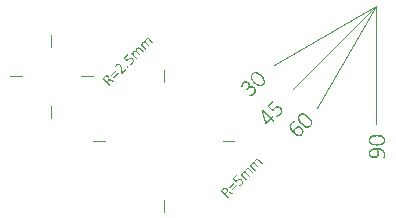
<source format=gbr>
%TF.GenerationSoftware,KiCad,Pcbnew,9.0.0*%
%TF.CreationDate,2025-03-10T22:23:41-04:00*%
%TF.ProjectId,cinnruler,63696e6e-7275-46c6-9572-2e6b69636164,rev?*%
%TF.SameCoordinates,Original*%
%TF.FileFunction,Legend,Top*%
%TF.FilePolarity,Positive*%
%FSLAX46Y46*%
G04 Gerber Fmt 4.6, Leading zero omitted, Abs format (unit mm)*
G04 Created by KiCad (PCBNEW 9.0.0) date 2025-03-10 22:23:41*
%MOMM*%
%LPD*%
G01*
G04 APERTURE LIST*
%ADD10C,0.100000*%
%ADD11C,0.050000*%
%ADD12C,0.300000*%
%ADD13C,0.250000*%
G04 APERTURE END LIST*
D10*
X140000000Y-79000000D02*
X139000000Y-79000000D01*
X133000000Y-73500000D02*
X132000000Y-73500000D01*
D11*
X157999999Y-76160250D02*
X163000000Y-67500000D01*
X155929999Y-74570000D02*
X162999999Y-67500000D01*
D10*
X145000000Y-84000000D02*
X145000000Y-85000000D01*
D11*
X162999999Y-67500000D02*
X154339799Y-72500000D01*
D10*
X135500000Y-76000000D02*
X135500000Y-77000000D01*
X145000000Y-74000000D02*
X145000000Y-73000000D01*
X138000000Y-73500000D02*
X139000000Y-73500000D01*
D11*
X162999999Y-67500002D02*
X162999999Y-77500000D01*
D10*
X150000000Y-79000000D02*
X151000000Y-79000000D01*
X135500000Y-71000000D02*
X135500000Y-70000000D01*
D12*
G36*
X153459725Y-76337095D02*
G01*
X154074277Y-76951646D01*
X154191048Y-76834876D01*
X154205609Y-76825400D01*
X154222200Y-76823801D01*
X154239306Y-76829700D01*
X154259310Y-76845368D01*
X154273452Y-76863442D01*
X154280229Y-76881053D01*
X154279509Y-76898296D01*
X154269802Y-76913630D01*
X154153031Y-77030400D01*
X154364164Y-77241533D01*
X154370770Y-77253191D01*
X154369345Y-77267698D01*
X154359112Y-77285573D01*
X154338906Y-77308759D01*
X154316367Y-77328318D01*
X154298492Y-77338551D01*
X154284244Y-77339587D01*
X154273105Y-77332592D01*
X154061972Y-77121459D01*
X153661143Y-77522288D01*
X153646830Y-77532715D01*
X153630380Y-77535824D01*
X153611857Y-77529865D01*
X153591392Y-77513156D01*
X153575265Y-77495605D01*
X153563932Y-77479090D01*
X153556225Y-77461021D01*
X153550461Y-77439713D01*
X153317108Y-76489289D01*
X153431091Y-76489289D01*
X153650587Y-77375337D01*
X153983218Y-77042706D01*
X153431091Y-76489289D01*
X153317108Y-76489289D01*
X153314199Y-76477440D01*
X153314199Y-76458269D01*
X153321712Y-76437156D01*
X153338356Y-76413128D01*
X153364327Y-76384956D01*
X153395738Y-76356524D01*
X153422032Y-76338390D01*
X153443728Y-76331590D01*
X153459725Y-76337095D01*
G37*
G36*
X154928458Y-76107050D02*
G01*
X154994470Y-76185996D01*
X155037393Y-76265594D01*
X155061486Y-76349935D01*
X155066083Y-76434436D01*
X155052018Y-76518568D01*
X155018870Y-76603795D01*
X154969244Y-76684265D01*
X154900998Y-76763246D01*
X154811234Y-76839409D01*
X154725810Y-76893617D01*
X154658066Y-76925741D01*
X154619596Y-76936751D01*
X154603858Y-76935650D01*
X154591812Y-76930598D01*
X154577499Y-76920689D01*
X154559947Y-76904563D01*
X154544533Y-76886947D01*
X154535272Y-76869913D01*
X154533653Y-76854694D01*
X154539806Y-76842583D01*
X154572577Y-76828205D01*
X154634945Y-76805732D01*
X154720693Y-76759619D01*
X154768513Y-76725042D01*
X154823151Y-76675296D01*
X154869929Y-76622056D01*
X154905596Y-76567722D01*
X154930493Y-76509998D01*
X154941929Y-76451858D01*
X154939899Y-76392814D01*
X154923342Y-76332237D01*
X154892115Y-76274250D01*
X154840055Y-76212423D01*
X154787663Y-76168328D01*
X154736561Y-76140404D01*
X154682285Y-76125850D01*
X154626007Y-76125832D01*
X154569343Y-76139857D01*
X154507229Y-76170131D01*
X154446744Y-76212695D01*
X154379319Y-76273560D01*
X154307689Y-76354646D01*
X154255359Y-76416302D01*
X154234862Y-76431469D01*
X154216695Y-76435666D01*
X154197954Y-76429906D01*
X154171036Y-76408530D01*
X153804662Y-76042156D01*
X153788580Y-76019786D01*
X153783678Y-75997469D01*
X153788441Y-75975278D01*
X153803431Y-75954141D01*
X154202641Y-75554932D01*
X154217213Y-75545929D01*
X154234764Y-75544699D01*
X154253546Y-75551823D01*
X154272587Y-75567107D01*
X154286991Y-75585375D01*
X154294736Y-75604023D01*
X154294924Y-75622309D01*
X154285540Y-75637830D01*
X153929010Y-75994360D01*
X154219803Y-76285153D01*
X154266110Y-76230816D01*
X154331004Y-76164367D01*
X154416287Y-76089813D01*
X154495636Y-76040019D01*
X154577771Y-76007203D01*
X154653727Y-75993842D01*
X154728643Y-75997742D01*
X154800095Y-76018841D01*
X154866457Y-76055298D01*
X154928458Y-76107050D01*
G37*
D13*
G36*
X150260142Y-82908415D02*
G01*
X150295770Y-82922397D01*
X150328913Y-82942818D01*
X150360621Y-82970150D01*
X150388477Y-83002605D01*
X150407640Y-83034785D01*
X150420264Y-83068769D01*
X150426206Y-83103090D01*
X150426077Y-83137979D01*
X150420161Y-83173986D01*
X150396069Y-83241514D01*
X150438554Y-83232188D01*
X150488207Y-83234088D01*
X150543473Y-83248077D01*
X150606597Y-83272342D01*
X150810433Y-83359342D01*
X150841822Y-83374670D01*
X150853005Y-83382399D01*
X150858100Y-83390257D01*
X150857582Y-83399928D01*
X150850544Y-83412579D01*
X150836037Y-83429072D01*
X150821270Y-83442371D01*
X150808361Y-83449150D01*
X150795537Y-83449711D01*
X150781289Y-83444530D01*
X150571840Y-83352003D01*
X150502283Y-83325708D01*
X150468235Y-83317378D01*
X150435618Y-83314569D01*
X150403319Y-83317738D01*
X150370552Y-83327824D01*
X150339237Y-83345146D01*
X150305960Y-83373332D01*
X150242620Y-83436672D01*
X150521626Y-83715678D01*
X150525987Y-83723406D01*
X150524994Y-83733035D01*
X150518172Y-83744951D01*
X150504658Y-83760452D01*
X150489416Y-83773707D01*
X150477284Y-83780745D01*
X150467569Y-83781738D01*
X150459884Y-83777334D01*
X149875577Y-83193027D01*
X149862280Y-83174336D01*
X149860292Y-83158486D01*
X149861407Y-83154816D01*
X149960764Y-83154816D01*
X150187354Y-83381406D01*
X150275822Y-83292937D01*
X150308021Y-83255988D01*
X150328800Y-83222257D01*
X150342157Y-83187454D01*
X150347452Y-83155420D01*
X150345569Y-83124035D01*
X150336572Y-83094887D01*
X150321301Y-83067909D01*
X150300044Y-83042643D01*
X150257937Y-83009793D01*
X150215332Y-82993163D01*
X150185805Y-82990947D01*
X150153423Y-82997090D01*
X150116933Y-83013067D01*
X150081140Y-83037808D01*
X150036668Y-83078911D01*
X149960764Y-83154816D01*
X149861407Y-83154816D01*
X149864886Y-83143369D01*
X149872252Y-83132796D01*
X149989606Y-83015442D01*
X150029328Y-82978138D01*
X150060372Y-82953398D01*
X150103294Y-82927500D01*
X150143573Y-82911128D01*
X150184407Y-82902375D01*
X150222802Y-82901672D01*
X150260142Y-82908415D01*
G37*
G36*
X150981973Y-82534802D02*
G01*
X150994873Y-82551205D01*
X150998510Y-82563255D01*
X150997147Y-82574315D01*
X150992940Y-82581346D01*
X150629178Y-82945108D01*
X150622172Y-82949261D01*
X150611260Y-82950418D01*
X150599434Y-82946625D01*
X150583109Y-82933666D01*
X150570976Y-82918728D01*
X150566098Y-82906810D01*
X150566211Y-82895522D01*
X150571149Y-82887079D01*
X150934911Y-82523317D01*
X150943388Y-82518332D01*
X150954858Y-82518049D01*
X150966992Y-82522761D01*
X150981973Y-82534802D01*
G37*
G36*
X151167114Y-82719943D02*
G01*
X151180013Y-82736346D01*
X151183650Y-82748396D01*
X151182287Y-82759456D01*
X151178081Y-82766487D01*
X150814319Y-83130248D01*
X150807312Y-83134401D01*
X150796401Y-83135559D01*
X150784575Y-83131766D01*
X150768250Y-83118807D01*
X150756117Y-83103868D01*
X150751238Y-83091951D01*
X150751351Y-83080662D01*
X150756290Y-83072219D01*
X151120051Y-82708458D01*
X151128529Y-82703472D01*
X151139999Y-82703190D01*
X151152132Y-82707902D01*
X151167114Y-82719943D01*
G37*
G36*
X151636399Y-82220607D02*
G01*
X151680406Y-82273237D01*
X151709021Y-82326303D01*
X151725084Y-82382530D01*
X151728148Y-82438864D01*
X151718772Y-82494952D01*
X151696673Y-82551770D01*
X151663589Y-82605417D01*
X151618092Y-82658071D01*
X151558249Y-82708846D01*
X151501299Y-82744985D01*
X151456137Y-82766400D01*
X151430490Y-82773740D01*
X151419998Y-82773006D01*
X151411967Y-82769639D01*
X151402425Y-82763033D01*
X151390725Y-82752282D01*
X151380449Y-82740538D01*
X151374274Y-82729182D01*
X151373195Y-82719036D01*
X151377297Y-82710962D01*
X151399144Y-82701377D01*
X151440723Y-82686394D01*
X151497889Y-82655653D01*
X151529768Y-82632601D01*
X151566194Y-82599437D01*
X151597379Y-82563944D01*
X151621157Y-82527721D01*
X151637755Y-82489239D01*
X151645379Y-82450478D01*
X151644026Y-82411116D01*
X151632988Y-82370731D01*
X151612170Y-82332074D01*
X151577463Y-82290855D01*
X151542535Y-82261459D01*
X151508467Y-82242843D01*
X151472283Y-82233140D01*
X151434765Y-82233128D01*
X151396988Y-82242478D01*
X151355579Y-82262661D01*
X151315256Y-82291037D01*
X151270305Y-82331614D01*
X151222552Y-82385671D01*
X151187666Y-82426774D01*
X151174001Y-82436886D01*
X151161889Y-82439684D01*
X151149396Y-82435844D01*
X151131450Y-82421593D01*
X150887201Y-82177344D01*
X150876480Y-82162431D01*
X150873212Y-82147552D01*
X150876387Y-82132759D01*
X150886381Y-82118667D01*
X151152520Y-81852528D01*
X151162235Y-81846526D01*
X151173936Y-81845706D01*
X151186457Y-81850455D01*
X151199151Y-81860645D01*
X151208754Y-81872824D01*
X151213917Y-81885256D01*
X151214043Y-81897446D01*
X151207786Y-81907794D01*
X150970100Y-82145480D01*
X151163962Y-82339342D01*
X151194833Y-82303117D01*
X151238096Y-82258818D01*
X151294951Y-82209115D01*
X151347850Y-82175919D01*
X151402607Y-82154042D01*
X151453244Y-82145135D01*
X151503189Y-82147734D01*
X151550823Y-82161801D01*
X151595064Y-82186105D01*
X151636399Y-82220607D01*
G37*
G36*
X152595650Y-81641568D02*
G01*
X152600054Y-81649339D01*
X152599320Y-81658709D01*
X152592757Y-81670366D01*
X152579717Y-81685392D01*
X152564217Y-81698906D01*
X152552300Y-81705728D01*
X152542845Y-81706462D01*
X152535418Y-81701799D01*
X152265868Y-81432248D01*
X152234359Y-81403633D01*
X152204341Y-81381775D01*
X152173206Y-81365126D01*
X152144067Y-81355869D01*
X152114811Y-81353198D01*
X152086902Y-81357683D01*
X152060758Y-81369411D01*
X152035090Y-81389979D01*
X152011402Y-81424658D01*
X151997742Y-81474389D01*
X151994320Y-81532079D01*
X151998994Y-81611042D01*
X152312585Y-81924632D01*
X152316946Y-81932361D01*
X152316255Y-81941774D01*
X152309692Y-81953431D01*
X152296653Y-81968457D01*
X152281627Y-81981496D01*
X152269711Y-81988318D01*
X152260255Y-81989052D01*
X152252829Y-81984389D01*
X151983278Y-81714838D01*
X151951757Y-81686319D01*
X151921536Y-81664581D01*
X151890194Y-81648125D01*
X151861002Y-81638934D01*
X151831746Y-81636263D01*
X151803837Y-81640747D01*
X151777693Y-81652476D01*
X151752025Y-81673043D01*
X151728337Y-81707722D01*
X151714677Y-81757453D01*
X151711393Y-81815040D01*
X151716448Y-81893589D01*
X152030038Y-82207179D01*
X152034399Y-82214908D01*
X152033708Y-82224320D01*
X152027145Y-82235978D01*
X152013588Y-82251521D01*
X151998563Y-82264561D01*
X151986646Y-82271382D01*
X151977190Y-82272116D01*
X151969807Y-82267497D01*
X151533380Y-81831069D01*
X151528803Y-81823729D01*
X151529278Y-81814101D01*
X151535625Y-81802573D01*
X151548405Y-81788238D01*
X151562999Y-81775199D01*
X151574268Y-81769111D01*
X151583421Y-81769111D01*
X151590761Y-81773688D01*
X151648877Y-81831803D01*
X151649830Y-81759746D01*
X151659887Y-81703785D01*
X151680017Y-81654743D01*
X151708546Y-81617043D01*
X151737167Y-81591900D01*
X151764589Y-81574212D01*
X151793305Y-81561578D01*
X151821453Y-81554481D01*
X151849996Y-81552214D01*
X151878359Y-81554740D01*
X151931035Y-81570888D01*
X151931639Y-81488853D01*
X151942347Y-81422793D01*
X151962597Y-81372319D01*
X151991611Y-81333979D01*
X152034841Y-81298553D01*
X152076194Y-81278670D01*
X152119423Y-81270044D01*
X152161554Y-81272236D01*
X152202760Y-81284057D01*
X152244280Y-81305310D01*
X152283492Y-81333267D01*
X152321652Y-81367570D01*
X152595650Y-81641568D01*
G37*
G36*
X153378352Y-80858865D02*
G01*
X153382756Y-80866637D01*
X153382022Y-80876006D01*
X153375459Y-80887664D01*
X153362420Y-80902689D01*
X153346920Y-80916203D01*
X153335003Y-80923025D01*
X153325547Y-80923759D01*
X153318121Y-80919096D01*
X153048570Y-80649546D01*
X153017062Y-80620930D01*
X152987044Y-80599072D01*
X152955909Y-80582424D01*
X152926770Y-80573167D01*
X152897514Y-80570495D01*
X152869604Y-80574980D01*
X152843460Y-80586709D01*
X152817792Y-80607276D01*
X152794105Y-80641955D01*
X152780445Y-80691686D01*
X152777023Y-80749377D01*
X152781697Y-80828339D01*
X153095287Y-81141930D01*
X153099648Y-81149658D01*
X153098957Y-81159071D01*
X153092395Y-81170729D01*
X153079355Y-81185754D01*
X153064330Y-81198793D01*
X153052413Y-81205615D01*
X153042958Y-81206349D01*
X153035531Y-81201686D01*
X152765981Y-80932136D01*
X152734460Y-80903616D01*
X152704238Y-80881878D01*
X152672896Y-80865423D01*
X152643705Y-80856231D01*
X152614449Y-80853560D01*
X152586539Y-80858045D01*
X152560396Y-80869773D01*
X152534728Y-80890341D01*
X152511040Y-80925020D01*
X152497380Y-80974751D01*
X152494095Y-81032337D01*
X152499150Y-81110886D01*
X152812741Y-81424477D01*
X152817102Y-81432205D01*
X152816411Y-81441618D01*
X152809848Y-81453275D01*
X152796291Y-81468819D01*
X152781265Y-81481858D01*
X152769348Y-81488680D01*
X152759893Y-81489414D01*
X152752510Y-81484794D01*
X152316082Y-81048367D01*
X152311505Y-81041027D01*
X152311980Y-81031398D01*
X152318327Y-81019870D01*
X152331108Y-81005536D01*
X152345701Y-80992496D01*
X152356970Y-80986408D01*
X152366124Y-80986408D01*
X152373464Y-80990985D01*
X152431579Y-81049101D01*
X152432532Y-80977043D01*
X152442589Y-80921082D01*
X152462720Y-80872040D01*
X152491249Y-80834341D01*
X152519870Y-80809197D01*
X152547292Y-80791510D01*
X152576007Y-80778875D01*
X152604155Y-80771778D01*
X152632699Y-80769512D01*
X152661062Y-80772037D01*
X152713737Y-80788185D01*
X152714342Y-80706150D01*
X152725049Y-80640090D01*
X152745299Y-80589617D01*
X152774314Y-80551276D01*
X152817543Y-80515851D01*
X152858896Y-80495967D01*
X152902126Y-80487342D01*
X152944256Y-80489534D01*
X152985463Y-80501354D01*
X153026982Y-80522607D01*
X153066195Y-80550565D01*
X153104354Y-80584867D01*
X153378352Y-80858865D01*
G37*
D12*
G36*
X163209650Y-79562748D02*
G01*
X163297023Y-79577740D01*
X163379643Y-79599751D01*
X163458384Y-79629773D01*
X163530860Y-79667711D01*
X163596294Y-79714979D01*
X163652401Y-79772308D01*
X163697853Y-79839311D01*
X163733276Y-79919221D01*
X163754886Y-80007453D01*
X163762585Y-80112752D01*
X163756906Y-80198756D01*
X163743717Y-80271388D01*
X163727414Y-80324603D01*
X163710012Y-80355652D01*
X163687663Y-80370123D01*
X163652035Y-80374978D01*
X163626939Y-80373970D01*
X163611002Y-80369391D01*
X163602301Y-80360598D01*
X163599919Y-80347409D01*
X163608254Y-80316451D01*
X163625748Y-80265618D01*
X163643059Y-80193261D01*
X163651210Y-80098464D01*
X163646206Y-80028232D01*
X163631975Y-79967566D01*
X163609262Y-79914916D01*
X163560004Y-79844876D01*
X163496788Y-79788795D01*
X163421709Y-79746073D01*
X163332840Y-79714515D01*
X163238229Y-79695065D01*
X163140407Y-79686579D01*
X163168515Y-79744654D01*
X163197010Y-79822042D01*
X163216355Y-79906890D01*
X163223297Y-80009346D01*
X163214738Y-80118196D01*
X163191789Y-80200039D01*
X163153896Y-80270057D01*
X163106793Y-80322496D01*
X163049266Y-80361682D01*
X162982504Y-80387709D01*
X162910191Y-80401904D01*
X162832111Y-80406760D01*
X162750517Y-80400811D01*
X162671461Y-80383038D01*
X162597530Y-80352146D01*
X162532334Y-80307200D01*
X162477977Y-80248317D01*
X162434057Y-80171920D01*
X162406740Y-80083387D01*
X162398320Y-79987822D01*
X162508154Y-79987822D01*
X162515586Y-80060141D01*
X162536181Y-80117149D01*
X162568820Y-80165866D01*
X162609637Y-80204344D01*
X162657507Y-80233604D01*
X162711211Y-80253986D01*
X162767584Y-80265853D01*
X162822769Y-80269740D01*
X162885865Y-80266071D01*
X162942021Y-80255543D01*
X162993351Y-80236484D01*
X163035352Y-80209015D01*
X163069299Y-80172187D01*
X163095894Y-80123927D01*
X163111870Y-80067661D01*
X163117784Y-79993959D01*
X163111342Y-79908532D01*
X163092138Y-79826347D01*
X163061829Y-79749652D01*
X163025460Y-79688411D01*
X162889162Y-79693833D01*
X162784850Y-79708286D01*
X162691674Y-79734010D01*
X162624474Y-79766263D01*
X162570821Y-79809572D01*
X162535723Y-79859961D01*
X162515305Y-79918580D01*
X162508154Y-79987822D01*
X162398320Y-79987822D01*
X162396779Y-79970328D01*
X162402321Y-79894587D01*
X162417937Y-79830560D01*
X162443867Y-79772408D01*
X162478387Y-79722575D01*
X162521447Y-79679769D01*
X162573825Y-79643073D01*
X162632698Y-79613672D01*
X162700953Y-79589951D01*
X162773794Y-79572796D01*
X162855559Y-79560642D01*
X163032604Y-79551391D01*
X163209650Y-79562748D01*
G37*
G36*
X163224176Y-78453714D02*
G01*
X163352807Y-78471257D01*
X163472020Y-78503656D01*
X163569328Y-78550026D01*
X163626050Y-78590934D01*
X163673193Y-78638901D01*
X163711569Y-78694465D01*
X163739028Y-78755935D01*
X163756410Y-78828569D01*
X163762585Y-78914650D01*
X163757285Y-78994108D01*
X163742333Y-79061775D01*
X163718713Y-79119539D01*
X163685010Y-79171715D01*
X163641841Y-79216970D01*
X163588196Y-79255826D01*
X163494841Y-79299457D01*
X163374788Y-79331023D01*
X163243008Y-79347939D01*
X163081697Y-79354104D01*
X162936027Y-79347966D01*
X162807107Y-79330473D01*
X162687386Y-79298107D01*
X162590128Y-79252163D01*
X162533365Y-79211520D01*
X162486225Y-79163740D01*
X162447887Y-79108273D01*
X162420373Y-79046739D01*
X162402963Y-78974072D01*
X162397444Y-78897247D01*
X162508154Y-78897247D01*
X162513906Y-78962663D01*
X162529977Y-79016124D01*
X162555415Y-79060005D01*
X162609665Y-79114989D01*
X162680986Y-79157458D01*
X162763159Y-79186317D01*
X162860688Y-79204810D01*
X162962911Y-79213967D01*
X163070431Y-79217083D01*
X163216890Y-79212399D01*
X163332015Y-79199773D01*
X163436018Y-79176133D01*
X163512633Y-79144818D01*
X163575250Y-79100898D01*
X163617322Y-79048464D01*
X163642267Y-78985254D01*
X163651210Y-78905399D01*
X163645604Y-78841187D01*
X163629961Y-78788804D01*
X163604206Y-78742532D01*
X163570061Y-78703624D01*
X163528381Y-78671483D01*
X163478469Y-78644731D01*
X163423866Y-78624115D01*
X163363156Y-78608094D01*
X163231265Y-78589685D01*
X163088933Y-78584556D01*
X162905109Y-78592249D01*
X162825062Y-78602449D01*
X162758381Y-78616246D01*
X162696760Y-78635280D01*
X162646731Y-78657462D01*
X162602830Y-78685385D01*
X162568512Y-78717271D01*
X162541648Y-78754563D01*
X162522900Y-78796772D01*
X162512003Y-78843097D01*
X162508154Y-78897247D01*
X162397444Y-78897247D01*
X162396779Y-78887997D01*
X162402080Y-78808538D01*
X162417034Y-78740904D01*
X162440651Y-78683199D01*
X162474338Y-78630994D01*
X162517507Y-78585582D01*
X162571168Y-78546454D01*
X162664508Y-78502363D01*
X162784576Y-78470708D01*
X162916358Y-78453725D01*
X163077667Y-78447535D01*
X163224176Y-78453714D01*
G37*
D13*
G36*
X140260142Y-73408415D02*
G01*
X140295770Y-73422397D01*
X140328913Y-73442818D01*
X140360621Y-73470150D01*
X140388477Y-73502605D01*
X140407640Y-73534785D01*
X140420264Y-73568769D01*
X140426206Y-73603090D01*
X140426077Y-73637979D01*
X140420161Y-73673986D01*
X140396069Y-73741514D01*
X140438554Y-73732188D01*
X140488207Y-73734088D01*
X140543473Y-73748077D01*
X140606597Y-73772342D01*
X140810433Y-73859342D01*
X140841822Y-73874670D01*
X140853005Y-73882399D01*
X140858100Y-73890257D01*
X140857582Y-73899928D01*
X140850544Y-73912579D01*
X140836037Y-73929072D01*
X140821270Y-73942371D01*
X140808361Y-73949150D01*
X140795537Y-73949711D01*
X140781289Y-73944530D01*
X140571840Y-73852003D01*
X140502283Y-73825708D01*
X140468235Y-73817378D01*
X140435618Y-73814569D01*
X140403319Y-73817738D01*
X140370552Y-73827824D01*
X140339237Y-73845146D01*
X140305960Y-73873332D01*
X140242620Y-73936672D01*
X140521626Y-74215678D01*
X140525987Y-74223406D01*
X140524994Y-74233035D01*
X140518172Y-74244951D01*
X140504658Y-74260452D01*
X140489416Y-74273707D01*
X140477284Y-74280745D01*
X140467569Y-74281738D01*
X140459884Y-74277334D01*
X139875577Y-73693027D01*
X139862280Y-73674336D01*
X139860292Y-73658486D01*
X139861407Y-73654816D01*
X139960764Y-73654816D01*
X140187354Y-73881406D01*
X140275822Y-73792937D01*
X140308021Y-73755988D01*
X140328800Y-73722257D01*
X140342157Y-73687454D01*
X140347452Y-73655420D01*
X140345569Y-73624035D01*
X140336572Y-73594887D01*
X140321301Y-73567909D01*
X140300044Y-73542643D01*
X140257937Y-73509793D01*
X140215332Y-73493163D01*
X140185805Y-73490947D01*
X140153423Y-73497090D01*
X140116933Y-73513067D01*
X140081140Y-73537808D01*
X140036668Y-73578911D01*
X139960764Y-73654816D01*
X139861407Y-73654816D01*
X139864886Y-73643369D01*
X139872252Y-73632796D01*
X139989606Y-73515442D01*
X140029328Y-73478138D01*
X140060372Y-73453398D01*
X140103294Y-73427500D01*
X140143573Y-73411128D01*
X140184407Y-73402375D01*
X140222802Y-73401672D01*
X140260142Y-73408415D01*
G37*
G36*
X140981973Y-73034802D02*
G01*
X140994873Y-73051205D01*
X140998510Y-73063255D01*
X140997147Y-73074315D01*
X140992940Y-73081346D01*
X140629178Y-73445108D01*
X140622172Y-73449261D01*
X140611260Y-73450418D01*
X140599434Y-73446625D01*
X140583109Y-73433666D01*
X140570976Y-73418728D01*
X140566098Y-73406810D01*
X140566211Y-73395522D01*
X140571149Y-73387079D01*
X140934911Y-73023317D01*
X140943388Y-73018332D01*
X140954858Y-73018049D01*
X140966992Y-73022761D01*
X140981973Y-73034802D01*
G37*
G36*
X141167114Y-73219943D02*
G01*
X141180013Y-73236346D01*
X141183650Y-73248396D01*
X141182287Y-73259456D01*
X141178081Y-73266487D01*
X140814319Y-73630248D01*
X140807312Y-73634401D01*
X140796401Y-73635559D01*
X140784575Y-73631766D01*
X140768250Y-73618807D01*
X140756117Y-73603868D01*
X140751238Y-73591951D01*
X140751351Y-73580662D01*
X140756290Y-73572219D01*
X141120051Y-73208458D01*
X141128529Y-73203472D01*
X141139999Y-73203190D01*
X141152132Y-73207902D01*
X141167114Y-73219943D01*
G37*
G36*
X141811263Y-72891586D02*
G01*
X141821194Y-72904021D01*
X141826720Y-72916714D01*
X141826677Y-72928761D01*
X141820373Y-72939209D01*
X141482734Y-73276849D01*
X141472414Y-73284060D01*
X141460239Y-73286391D01*
X141446681Y-73282073D01*
X141432217Y-73270632D01*
X141421423Y-73258888D01*
X141414472Y-73247964D01*
X141410456Y-73236004D01*
X141408556Y-73221065D01*
X141401994Y-72958552D01*
X141396943Y-72864318D01*
X141388091Y-72792755D01*
X141374712Y-72727802D01*
X141359810Y-72678294D01*
X141341038Y-72634163D01*
X141321470Y-72601008D01*
X141276955Y-72547340D01*
X141252891Y-72527022D01*
X141226395Y-72511633D01*
X141197900Y-72501471D01*
X141168884Y-72497471D01*
X141139464Y-72499670D01*
X141108869Y-72508524D01*
X141079772Y-72524035D01*
X141050753Y-72548247D01*
X141023721Y-72579717D01*
X141005029Y-72610982D01*
X140981973Y-72671947D01*
X140970920Y-72721341D01*
X140966095Y-72740070D01*
X140961119Y-72748413D01*
X140953434Y-72752817D01*
X140943676Y-72752212D01*
X140932536Y-72746254D01*
X140920188Y-72735373D01*
X140910646Y-72724881D01*
X140904774Y-72715987D01*
X140901104Y-72706791D01*
X140900456Y-72691117D01*
X140906069Y-72658649D01*
X140922778Y-72607830D01*
X140953088Y-72547815D01*
X140973572Y-72518039D01*
X140998380Y-72490088D01*
X141044324Y-72451107D01*
X141088619Y-72426187D01*
X141134865Y-72411364D01*
X141178944Y-72406930D01*
X141222281Y-72411941D01*
X141263484Y-72426100D01*
X141301575Y-72448181D01*
X141336236Y-72477437D01*
X141391156Y-72542547D01*
X141413649Y-72580344D01*
X141434419Y-72629505D01*
X141450413Y-72684432D01*
X141463865Y-72755753D01*
X141472487Y-72834381D01*
X141477725Y-72938518D01*
X141482388Y-73166663D01*
X141765108Y-72883943D01*
X141774822Y-72877942D01*
X141786523Y-72877122D01*
X141799044Y-72881871D01*
X141811263Y-72891586D01*
G37*
G36*
X142019287Y-72648157D02*
G01*
X142042833Y-72677548D01*
X142048820Y-72696860D01*
X142043760Y-72715708D01*
X142024727Y-72740382D01*
X142000984Y-72758657D01*
X141982630Y-72763568D01*
X141963804Y-72757689D01*
X141934877Y-72734467D01*
X141911331Y-72705076D01*
X141905345Y-72685764D01*
X141910404Y-72666916D01*
X141929437Y-72642242D01*
X141953175Y-72623976D01*
X141971491Y-72619099D01*
X141990354Y-72624951D01*
X142019287Y-72648157D01*
G37*
G36*
X142379724Y-71977281D02*
G01*
X142423732Y-72029912D01*
X142452347Y-72082977D01*
X142468410Y-72139204D01*
X142471474Y-72195538D01*
X142462098Y-72251626D01*
X142439999Y-72308445D01*
X142406914Y-72362091D01*
X142361417Y-72414745D01*
X142301575Y-72465521D01*
X142244625Y-72501659D01*
X142199463Y-72523075D01*
X142173816Y-72530415D01*
X142163324Y-72529681D01*
X142155293Y-72526313D01*
X142145751Y-72519707D01*
X142134050Y-72508956D01*
X142123774Y-72497212D01*
X142117600Y-72485857D01*
X142116521Y-72475710D01*
X142120622Y-72467636D01*
X142142470Y-72458051D01*
X142184049Y-72443069D01*
X142241214Y-72412327D01*
X142273094Y-72389276D01*
X142309519Y-72356111D01*
X142340705Y-72320618D01*
X142364483Y-72284395D01*
X142381081Y-72245913D01*
X142388705Y-72207153D01*
X142387351Y-72167790D01*
X142376313Y-72127406D01*
X142355495Y-72088748D01*
X142320788Y-72047529D01*
X142285861Y-72018133D01*
X142251792Y-71999517D01*
X142215609Y-71989814D01*
X142178090Y-71989803D01*
X142140314Y-71999152D01*
X142098905Y-72019335D01*
X142058582Y-72047711D01*
X142013631Y-72088288D01*
X141965878Y-72142345D01*
X141930991Y-72183449D01*
X141917326Y-72193560D01*
X141905215Y-72196359D01*
X141892721Y-72192518D01*
X141874776Y-72178268D01*
X141630527Y-71934019D01*
X141619805Y-71919105D01*
X141616537Y-71904227D01*
X141619713Y-71889433D01*
X141629706Y-71875342D01*
X141895846Y-71609202D01*
X141905561Y-71603201D01*
X141917261Y-71602380D01*
X141929782Y-71607130D01*
X141942476Y-71617319D01*
X141952079Y-71629498D01*
X141957243Y-71641930D01*
X141957368Y-71654120D01*
X141951112Y-71664468D01*
X141713425Y-71902154D01*
X141907288Y-72096017D01*
X141938159Y-72059792D01*
X141981422Y-72015492D01*
X142038276Y-71965790D01*
X142091176Y-71932594D01*
X142145933Y-71910716D01*
X142196570Y-71901809D01*
X142246514Y-71904409D01*
X142294148Y-71918475D01*
X142338390Y-71942779D01*
X142379724Y-71977281D01*
G37*
G36*
X143338975Y-71398242D02*
G01*
X143343379Y-71406014D01*
X143342645Y-71415383D01*
X143336082Y-71427041D01*
X143323043Y-71442066D01*
X143307543Y-71455580D01*
X143295626Y-71462402D01*
X143286170Y-71463136D01*
X143278744Y-71458473D01*
X143009194Y-71188923D01*
X142977685Y-71160307D01*
X142947667Y-71138449D01*
X142916532Y-71121801D01*
X142887393Y-71112544D01*
X142858137Y-71109872D01*
X142830227Y-71114357D01*
X142804083Y-71126086D01*
X142778415Y-71146653D01*
X142754728Y-71181332D01*
X142741068Y-71231063D01*
X142737646Y-71288754D01*
X142742320Y-71367716D01*
X143055910Y-71681307D01*
X143060271Y-71689035D01*
X143059580Y-71698448D01*
X143053018Y-71710106D01*
X143039978Y-71725131D01*
X143024953Y-71738170D01*
X143013036Y-71744992D01*
X143003581Y-71745726D01*
X142996154Y-71741063D01*
X142726604Y-71471512D01*
X142695083Y-71442993D01*
X142664861Y-71421255D01*
X142633519Y-71404800D01*
X142604328Y-71395608D01*
X142575072Y-71392937D01*
X142547162Y-71397422D01*
X142521019Y-71409150D01*
X142495351Y-71429718D01*
X142471663Y-71464397D01*
X142458003Y-71514128D01*
X142454719Y-71571714D01*
X142459773Y-71650263D01*
X142773364Y-71963853D01*
X142777725Y-71971582D01*
X142777034Y-71980995D01*
X142770471Y-71992652D01*
X142756914Y-72008196D01*
X142741888Y-72021235D01*
X142729972Y-72028057D01*
X142720516Y-72028791D01*
X142713133Y-72024171D01*
X142276705Y-71587743D01*
X142272129Y-71580403D01*
X142272603Y-71570775D01*
X142278950Y-71559247D01*
X142291731Y-71544912D01*
X142306324Y-71531873D01*
X142317593Y-71525785D01*
X142326747Y-71525785D01*
X142334087Y-71530362D01*
X142392202Y-71588477D01*
X142393155Y-71516420D01*
X142403212Y-71460459D01*
X142423343Y-71411417D01*
X142451872Y-71373718D01*
X142480493Y-71348574D01*
X142507915Y-71330887D01*
X142536630Y-71318252D01*
X142564778Y-71311155D01*
X142593322Y-71308889D01*
X142621685Y-71311414D01*
X142674360Y-71327562D01*
X142674965Y-71245527D01*
X142685672Y-71179467D01*
X142705922Y-71128994D01*
X142734937Y-71090653D01*
X142778166Y-71055227D01*
X142819519Y-71035344D01*
X142862749Y-71026719D01*
X142904879Y-71028911D01*
X142946086Y-71040731D01*
X142987605Y-71061984D01*
X143026818Y-71089942D01*
X143064978Y-71124244D01*
X143338975Y-71398242D01*
G37*
G36*
X144121678Y-70615539D02*
G01*
X144126082Y-70623311D01*
X144125348Y-70632681D01*
X144118785Y-70644338D01*
X144105746Y-70659364D01*
X144090245Y-70672878D01*
X144078329Y-70679700D01*
X144068873Y-70680434D01*
X144061447Y-70675771D01*
X143791896Y-70406220D01*
X143760388Y-70377604D01*
X143730370Y-70355747D01*
X143699234Y-70339098D01*
X143670095Y-70329841D01*
X143640839Y-70327170D01*
X143612930Y-70331654D01*
X143586786Y-70343383D01*
X143561118Y-70363950D01*
X143537430Y-70398629D01*
X143523770Y-70448360D01*
X143520348Y-70506051D01*
X143525023Y-70585014D01*
X143838613Y-70898604D01*
X143842974Y-70906333D01*
X143842283Y-70915745D01*
X143835720Y-70927403D01*
X143822681Y-70942428D01*
X143807656Y-70955468D01*
X143795739Y-70962290D01*
X143786283Y-70963024D01*
X143778857Y-70958360D01*
X143509306Y-70688810D01*
X143477785Y-70660291D01*
X143447564Y-70638553D01*
X143416222Y-70622097D01*
X143387031Y-70612906D01*
X143357775Y-70610235D01*
X143329865Y-70614719D01*
X143303721Y-70626448D01*
X143278053Y-70647015D01*
X143254365Y-70681694D01*
X143240706Y-70731425D01*
X143237421Y-70789012D01*
X143242476Y-70867560D01*
X143556066Y-71181151D01*
X143560427Y-71188879D01*
X143559736Y-71198292D01*
X143553174Y-71209950D01*
X143539616Y-71225493D01*
X143524591Y-71238532D01*
X143512674Y-71245354D01*
X143503218Y-71246088D01*
X143495835Y-71241468D01*
X143059408Y-70805041D01*
X143054831Y-70797701D01*
X143055306Y-70788073D01*
X143061653Y-70776544D01*
X143074433Y-70762210D01*
X143089027Y-70749171D01*
X143100296Y-70743083D01*
X143109449Y-70743083D01*
X143116789Y-70747659D01*
X143174905Y-70805775D01*
X143175858Y-70733717D01*
X143185915Y-70677757D01*
X143206046Y-70628715D01*
X143234575Y-70591015D01*
X143263195Y-70565872D01*
X143290618Y-70548184D01*
X143319333Y-70535550D01*
X143347481Y-70528453D01*
X143376024Y-70526186D01*
X143404388Y-70528712D01*
X143457063Y-70544860D01*
X143457667Y-70462824D01*
X143468375Y-70396764D01*
X143488625Y-70346291D01*
X143517639Y-70307951D01*
X143560869Y-70272525D01*
X143602222Y-70252641D01*
X143645451Y-70244016D01*
X143687582Y-70246208D01*
X143728788Y-70258029D01*
X143770308Y-70279281D01*
X143809521Y-70307239D01*
X143847680Y-70341542D01*
X144121678Y-70615539D01*
G37*
D12*
G36*
X152705620Y-74401778D02*
G01*
X152759826Y-74466292D01*
X152797715Y-74534027D01*
X152820384Y-74606638D01*
X152826406Y-74681885D01*
X152815398Y-74757836D01*
X152785475Y-74837968D01*
X152738741Y-74914748D01*
X152669676Y-74994569D01*
X152621843Y-75038204D01*
X152574212Y-75073711D01*
X152482570Y-75127012D01*
X152406666Y-75156934D01*
X152363792Y-75166907D01*
X152346629Y-75165547D01*
X152331733Y-75159719D01*
X152314312Y-75148385D01*
X152292680Y-75128955D01*
X152266321Y-75092363D01*
X152265880Y-75079352D01*
X152271761Y-75069178D01*
X152311527Y-75054541D01*
X152390086Y-75029995D01*
X152489824Y-74984012D01*
X152541736Y-74950319D01*
X152593966Y-74904481D01*
X152640327Y-74850937D01*
X152671036Y-74800339D01*
X152690581Y-74747515D01*
X152698107Y-74696975D01*
X152694371Y-74646919D01*
X152679390Y-74598857D01*
X152654291Y-74553999D01*
X152618770Y-74511683D01*
X152573190Y-74474904D01*
X152524344Y-74451582D01*
X152471582Y-74440380D01*
X152415280Y-74441478D01*
X152358555Y-74454763D01*
X152297667Y-74481892D01*
X152239175Y-74520300D01*
X152178954Y-74573404D01*
X152086211Y-74666147D01*
X152073905Y-74673789D01*
X152057261Y-74675927D01*
X152038026Y-74670422D01*
X152016912Y-74654619D01*
X152002535Y-74635708D01*
X151996641Y-74617509D01*
X151998390Y-74601123D01*
X152007457Y-74587393D01*
X152089319Y-74505531D01*
X152134639Y-74453128D01*
X152166648Y-74401000D01*
X152187940Y-74346100D01*
X152196958Y-74292844D01*
X152194458Y-74239747D01*
X152180314Y-74188119D01*
X152154934Y-74139853D01*
X152116780Y-74093757D01*
X152082782Y-74065010D01*
X152045862Y-74043564D01*
X152006107Y-74029636D01*
X151965295Y-74024394D01*
X151923854Y-74028239D01*
X151880324Y-74042399D01*
X151838713Y-74066190D01*
X151795482Y-74103018D01*
X151756307Y-74148855D01*
X151728580Y-74195697D01*
X151693089Y-74287792D01*
X151675927Y-74362077D01*
X151663233Y-74401065D01*
X151652741Y-74408319D01*
X151639205Y-74408772D01*
X151622366Y-74399835D01*
X151600735Y-74380405D01*
X151586875Y-74365121D01*
X151578132Y-74350419D01*
X151573145Y-74334811D01*
X151571202Y-74313439D01*
X151578326Y-74266290D01*
X151602483Y-74190580D01*
X151648466Y-74101853D01*
X151680580Y-74056637D01*
X151720549Y-74012153D01*
X151787587Y-73954447D01*
X151850791Y-73917014D01*
X151916463Y-73893826D01*
X151978313Y-73885992D01*
X152039279Y-73892069D01*
X152098063Y-73911963D01*
X152152754Y-73943800D01*
X152204406Y-73987608D01*
X152245574Y-74034948D01*
X152276748Y-74084042D01*
X152298866Y-74136224D01*
X152310685Y-74188961D01*
X152312562Y-74242684D01*
X152304144Y-74297312D01*
X152285325Y-74349997D01*
X152254858Y-74401000D01*
X152253303Y-74399705D01*
X152307162Y-74361104D01*
X152364828Y-74333645D01*
X152425483Y-74316721D01*
X152485291Y-74310978D01*
X152544640Y-74316282D01*
X152602579Y-74333192D01*
X152656455Y-74361354D01*
X152705620Y-74401778D01*
G37*
G36*
X152871029Y-73108298D02*
G01*
X152968207Y-73143122D01*
X153075491Y-73205639D01*
X153180684Y-73286815D01*
X153299123Y-73396501D01*
X153398351Y-73504467D01*
X153476902Y-73607828D01*
X153538290Y-73715034D01*
X153574308Y-73816629D01*
X153585490Y-73885664D01*
X153584908Y-73952917D01*
X153572754Y-74019342D01*
X153548705Y-74082225D01*
X153509635Y-74145876D01*
X153453134Y-74211110D01*
X153393201Y-74263548D01*
X153334780Y-74300824D01*
X153277233Y-74324967D01*
X153216507Y-74338029D01*
X153153982Y-74339504D01*
X153088573Y-74329047D01*
X152991710Y-74293887D01*
X152884500Y-74231317D01*
X152779356Y-74150096D01*
X152660932Y-74040391D01*
X152562268Y-73933046D01*
X152483477Y-73829517D01*
X152421708Y-73721975D01*
X152385423Y-73620716D01*
X152374025Y-73551840D01*
X152374121Y-73537534D01*
X152496235Y-73537534D01*
X152516637Y-73617996D01*
X152554335Y-73696508D01*
X152610222Y-73778547D01*
X152676030Y-73857305D01*
X152749854Y-73935537D01*
X152856729Y-74035786D01*
X152947063Y-74108264D01*
X153037319Y-74165089D01*
X153113637Y-74197121D01*
X153188970Y-74210342D01*
X153255796Y-74203015D01*
X153318132Y-74175957D01*
X153380921Y-74125815D01*
X153422362Y-74076447D01*
X153448341Y-74028345D01*
X153462849Y-73977414D01*
X153466216Y-73925757D01*
X153459472Y-73873558D01*
X153443095Y-73819349D01*
X153419062Y-73766161D01*
X153387462Y-73711904D01*
X153307219Y-73605626D01*
X153210201Y-73501355D01*
X153074779Y-73376812D01*
X153010964Y-73327423D01*
X152954057Y-73290027D01*
X152897025Y-73259914D01*
X152845965Y-73240223D01*
X152795178Y-73228925D01*
X152748365Y-73227206D01*
X152702999Y-73234580D01*
X152659896Y-73251169D01*
X152619434Y-73276220D01*
X152578422Y-73311788D01*
X152536233Y-73362112D01*
X152509795Y-73411278D01*
X152496754Y-73460294D01*
X152496235Y-73537534D01*
X152374121Y-73537534D01*
X152374477Y-73484721D01*
X152386589Y-73418391D01*
X152410645Y-73355424D01*
X152449718Y-73291730D01*
X152506210Y-73226493D01*
X152566144Y-73174057D01*
X152624542Y-73136806D01*
X152682046Y-73112702D01*
X152742781Y-73099607D01*
X152805416Y-73098021D01*
X152871029Y-73108298D01*
G37*
G36*
X156052986Y-77265853D02*
G01*
X156065680Y-77270905D01*
X156078115Y-77278806D01*
X156091975Y-77291112D01*
X156106352Y-77306267D01*
X156115549Y-77320126D01*
X156117103Y-77333986D01*
X156109396Y-77347392D01*
X156082325Y-77364231D01*
X156037313Y-77386057D01*
X155977859Y-77422454D01*
X155906553Y-77483657D01*
X155862507Y-77534844D01*
X155831458Y-77586242D01*
X155811868Y-77638445D01*
X155799632Y-77721048D01*
X155806945Y-77805278D01*
X155831787Y-77888371D01*
X155874236Y-77973343D01*
X155928794Y-78053768D01*
X155992431Y-78128843D01*
X156013221Y-78065179D01*
X156047481Y-77989469D01*
X156095796Y-77911233D01*
X156160625Y-77834746D01*
X156242021Y-77764891D01*
X156314506Y-77723351D01*
X156389079Y-77700230D01*
X156458284Y-77696150D01*
X156525641Y-77708626D01*
X156590468Y-77736887D01*
X156650915Y-77777163D01*
X156708793Y-77828140D01*
X156761043Y-77889063D01*
X156804580Y-77958900D01*
X156835272Y-78034895D01*
X156849657Y-78114983D01*
X156846634Y-78197192D01*
X156824269Y-78284407D01*
X156798652Y-78339906D01*
X156760783Y-78396739D01*
X156708793Y-78455451D01*
X156651497Y-78505260D01*
X156596038Y-78539710D01*
X156537656Y-78562993D01*
X156479462Y-78574423D01*
X156420219Y-78574515D01*
X156359194Y-78563090D01*
X156298605Y-78541581D01*
X156234068Y-78509465D01*
X156170733Y-78469523D01*
X156103956Y-78419247D01*
X155968080Y-78295676D01*
X155890326Y-78208374D01*
X156074553Y-78208374D01*
X156175458Y-78301970D01*
X156258679Y-78365816D01*
X156341436Y-78413790D01*
X156409775Y-78438547D01*
X156476322Y-78445943D01*
X156534706Y-78435244D01*
X156588717Y-78408397D01*
X156642345Y-78364392D01*
X156687561Y-78308377D01*
X156713586Y-78251960D01*
X156725198Y-78192494D01*
X156723754Y-78134542D01*
X156710810Y-78078030D01*
X156687551Y-78024377D01*
X156656147Y-77975097D01*
X156619936Y-77933059D01*
X156572813Y-77890801D01*
X156527128Y-77858903D01*
X156478987Y-77836266D01*
X156431277Y-77826003D01*
X156382575Y-77827976D01*
X156330697Y-77843554D01*
X156280485Y-77872151D01*
X156224354Y-77920236D01*
X156168915Y-77986555D01*
X156124746Y-78060645D01*
X156092817Y-78136873D01*
X156074553Y-78208374D01*
X155890326Y-78208374D01*
X155849949Y-78163038D01*
X155798010Y-78091235D01*
X155754680Y-78018289D01*
X155719556Y-77942423D01*
X155694190Y-77865445D01*
X155680297Y-77786635D01*
X155680266Y-77707872D01*
X155694578Y-77629627D01*
X155724694Y-77549587D01*
X155770400Y-77473264D01*
X155838615Y-77394087D01*
X155895738Y-77343571D01*
X155954156Y-77302122D01*
X156004672Y-77275180D01*
X156036795Y-77264947D01*
X156052986Y-77265853D01*
G37*
G36*
X156871029Y-76608298D02*
G01*
X156968207Y-76643122D01*
X157075491Y-76705639D01*
X157180684Y-76786815D01*
X157299123Y-76896501D01*
X157398351Y-77004467D01*
X157476902Y-77107828D01*
X157538290Y-77215034D01*
X157574308Y-77316629D01*
X157585490Y-77385664D01*
X157584908Y-77452917D01*
X157572754Y-77519342D01*
X157548705Y-77582225D01*
X157509635Y-77645876D01*
X157453134Y-77711110D01*
X157393201Y-77763548D01*
X157334780Y-77800824D01*
X157277233Y-77824967D01*
X157216507Y-77838029D01*
X157153982Y-77839504D01*
X157088573Y-77829047D01*
X156991710Y-77793887D01*
X156884500Y-77731317D01*
X156779356Y-77650096D01*
X156660932Y-77540391D01*
X156562268Y-77433046D01*
X156483477Y-77329517D01*
X156421708Y-77221975D01*
X156385423Y-77120716D01*
X156374025Y-77051840D01*
X156374121Y-77037534D01*
X156496235Y-77037534D01*
X156516637Y-77117996D01*
X156554335Y-77196508D01*
X156610222Y-77278547D01*
X156676030Y-77357305D01*
X156749854Y-77435537D01*
X156856729Y-77535786D01*
X156947063Y-77608264D01*
X157037319Y-77665089D01*
X157113637Y-77697121D01*
X157188970Y-77710342D01*
X157255796Y-77703015D01*
X157318132Y-77675957D01*
X157380921Y-77625815D01*
X157422362Y-77576447D01*
X157448341Y-77528345D01*
X157462849Y-77477414D01*
X157466216Y-77425757D01*
X157459472Y-77373558D01*
X157443095Y-77319349D01*
X157419062Y-77266161D01*
X157387462Y-77211904D01*
X157307219Y-77105626D01*
X157210201Y-77001355D01*
X157074779Y-76876812D01*
X157010964Y-76827423D01*
X156954057Y-76790027D01*
X156897025Y-76759914D01*
X156845965Y-76740223D01*
X156795178Y-76728925D01*
X156748365Y-76727206D01*
X156702999Y-76734580D01*
X156659896Y-76751169D01*
X156619434Y-76776220D01*
X156578422Y-76811788D01*
X156536233Y-76862112D01*
X156509795Y-76911278D01*
X156496754Y-76960294D01*
X156496235Y-77037534D01*
X156374121Y-77037534D01*
X156374477Y-76984721D01*
X156386589Y-76918391D01*
X156410645Y-76855424D01*
X156449718Y-76791730D01*
X156506210Y-76726493D01*
X156566144Y-76674057D01*
X156624542Y-76636806D01*
X156682046Y-76612702D01*
X156742781Y-76599607D01*
X156805416Y-76598021D01*
X156871029Y-76608298D01*
G37*
M02*

</source>
